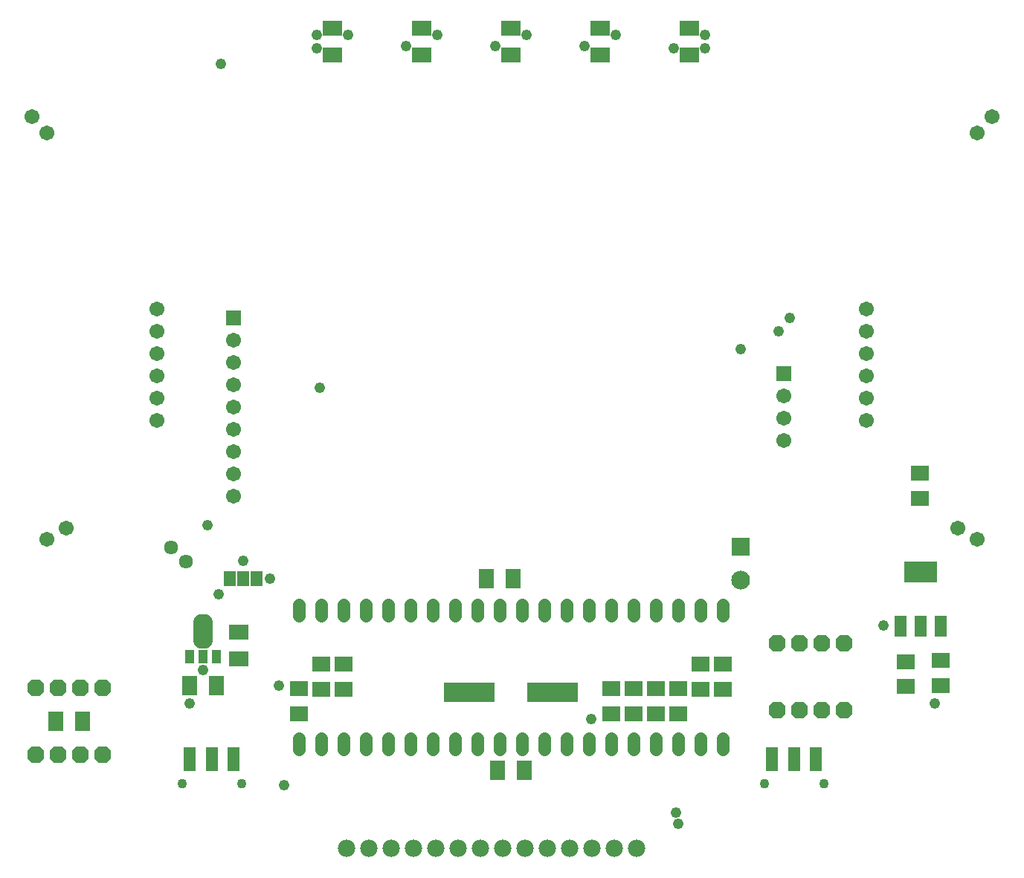
<source format=gbs>
G75*
%MOIN*%
%OFA0B0*%
%FSLAX25Y25*%
%IPPOS*%
%LPD*%
%AMOC8*
5,1,8,0,0,1.08239X$1,22.5*
%
%ADD10R,0.08674X0.06706*%
%ADD11R,0.06706X0.08674*%
%ADD12OC8,0.07600*%
%ADD13C,0.05800*%
%ADD14C,0.06737*%
%ADD15R,0.06737X0.06737*%
%ADD16R,0.07898X0.07099*%
%ADD17R,0.05400X0.07100*%
%ADD18R,0.08400X0.08400*%
%ADD19C,0.08400*%
%ADD20R,0.22847X0.09068*%
%ADD21R,0.05524X0.10643*%
%ADD22C,0.04343*%
%ADD23R,0.05600X0.09600*%
%ADD24R,0.14973X0.09461*%
%ADD25R,0.03950X0.06312*%
%ADD26C,0.06600*%
%ADD27R,0.03937X0.06299*%
%ADD28C,0.06343*%
%ADD29C,0.07800*%
%ADD30C,0.04762*%
D10*
X0210208Y0096894D03*
X0210208Y0108706D03*
X0252208Y0367894D03*
X0252208Y0379706D03*
X0292208Y0379706D03*
X0292208Y0367894D03*
X0332208Y0367894D03*
X0332208Y0379706D03*
X0372208Y0379706D03*
X0372208Y0367894D03*
X0412208Y0367894D03*
X0412208Y0379706D03*
D11*
X0333114Y0132800D03*
X0321303Y0132800D03*
X0200114Y0084800D03*
X0188303Y0084800D03*
X0140114Y0068800D03*
X0128303Y0068800D03*
X0326303Y0046800D03*
X0338114Y0046800D03*
D12*
X0119208Y0053800D03*
X0129208Y0053800D03*
X0139208Y0053800D03*
X0149208Y0053800D03*
X0149208Y0083800D03*
X0139208Y0083800D03*
X0129208Y0083800D03*
X0119208Y0083800D03*
X0451594Y0073954D03*
X0461594Y0073954D03*
X0471594Y0073954D03*
X0481594Y0073954D03*
X0481594Y0103954D03*
X0471594Y0103954D03*
X0461594Y0103954D03*
X0451594Y0103954D03*
D13*
X0427208Y0116300D02*
X0427208Y0121300D01*
X0417208Y0121300D02*
X0417208Y0116300D01*
X0407208Y0116300D02*
X0407208Y0121300D01*
X0397208Y0121300D02*
X0397208Y0116300D01*
X0387208Y0116300D02*
X0387208Y0121300D01*
X0377208Y0121300D02*
X0377208Y0116300D01*
X0367208Y0116300D02*
X0367208Y0121300D01*
X0357208Y0121300D02*
X0357208Y0116300D01*
X0347208Y0116300D02*
X0347208Y0121300D01*
X0337208Y0121300D02*
X0337208Y0116300D01*
X0327208Y0116300D02*
X0327208Y0121300D01*
X0317208Y0121300D02*
X0317208Y0116300D01*
X0307208Y0116300D02*
X0307208Y0121300D01*
X0297208Y0121300D02*
X0297208Y0116300D01*
X0287208Y0116300D02*
X0287208Y0121300D01*
X0277208Y0121300D02*
X0277208Y0116300D01*
X0267208Y0116300D02*
X0267208Y0121300D01*
X0257208Y0121300D02*
X0257208Y0116300D01*
X0247208Y0116300D02*
X0247208Y0121300D01*
X0237208Y0121300D02*
X0237208Y0116300D01*
X0237208Y0061300D02*
X0237208Y0056300D01*
X0247208Y0056300D02*
X0247208Y0061300D01*
X0257208Y0061300D02*
X0257208Y0056300D01*
X0267208Y0056300D02*
X0267208Y0061300D01*
X0277208Y0061300D02*
X0277208Y0056300D01*
X0287208Y0056300D02*
X0287208Y0061300D01*
X0297208Y0061300D02*
X0297208Y0056300D01*
X0307208Y0056300D02*
X0307208Y0061300D01*
X0317208Y0061300D02*
X0317208Y0056300D01*
X0327208Y0056300D02*
X0327208Y0061300D01*
X0337208Y0061300D02*
X0337208Y0056300D01*
X0347208Y0056300D02*
X0347208Y0061300D01*
X0357208Y0061300D02*
X0357208Y0056300D01*
X0367208Y0056300D02*
X0367208Y0061300D01*
X0377208Y0061300D02*
X0377208Y0056300D01*
X0387208Y0056300D02*
X0387208Y0061300D01*
X0397208Y0061300D02*
X0397208Y0056300D01*
X0407208Y0056300D02*
X0407208Y0061300D01*
X0417208Y0061300D02*
X0417208Y0056300D01*
X0427208Y0056300D02*
X0427208Y0061300D01*
D14*
X0541269Y0150368D03*
X0532617Y0155383D03*
X0491708Y0203800D03*
X0491708Y0213800D03*
X0491708Y0223800D03*
X0491708Y0233800D03*
X0491708Y0243800D03*
X0491708Y0253800D03*
X0454508Y0214800D03*
X0454508Y0204800D03*
X0454508Y0194800D03*
X0541153Y0332681D03*
X0547884Y0340078D03*
X0207808Y0239800D03*
X0207808Y0229800D03*
X0207808Y0219800D03*
X0207799Y0209800D03*
X0207808Y0199800D03*
X0207808Y0189800D03*
X0207808Y0179800D03*
X0207808Y0169800D03*
X0173708Y0203800D03*
X0173708Y0213800D03*
X0173708Y0223800D03*
X0173708Y0233800D03*
X0173708Y0243800D03*
X0173708Y0253800D03*
X0124263Y0332681D03*
X0117533Y0340078D03*
X0132799Y0155383D03*
X0124148Y0150368D03*
D15*
X0207808Y0249800D03*
X0454508Y0224800D03*
D16*
X0515638Y0180064D03*
X0515638Y0168867D03*
X0524767Y0096052D03*
X0509208Y0095595D03*
X0509208Y0084398D03*
X0524767Y0084855D03*
X0427208Y0083202D03*
X0417208Y0083202D03*
X0407208Y0083398D03*
X0397208Y0083398D03*
X0387208Y0083398D03*
X0377208Y0083398D03*
X0377208Y0072202D03*
X0387208Y0072202D03*
X0397208Y0072202D03*
X0407208Y0072202D03*
X0417208Y0094398D03*
X0427208Y0094398D03*
X0257208Y0094398D03*
X0247208Y0094398D03*
X0247208Y0083202D03*
X0257208Y0083202D03*
X0237208Y0083398D03*
X0237208Y0072202D03*
D17*
X0218208Y0132800D03*
X0212208Y0132800D03*
X0206208Y0132800D03*
D18*
X0435208Y0147300D03*
D19*
X0435208Y0132300D03*
D20*
X0350866Y0081981D03*
X0313464Y0081981D03*
D21*
X0208051Y0051721D03*
X0198208Y0051721D03*
X0188366Y0051721D03*
X0449366Y0051721D03*
X0459208Y0051721D03*
X0469051Y0051721D03*
D22*
X0472594Y0040894D03*
X0445822Y0040894D03*
X0211594Y0040894D03*
X0184822Y0040894D03*
D23*
X0506746Y0111364D03*
X0515846Y0111364D03*
X0524946Y0111364D03*
D24*
X0515846Y0135765D03*
D25*
X0200118Y0097725D03*
X0188315Y0097725D03*
D26*
X0193116Y0113510D02*
X0195316Y0113510D01*
X0195316Y0104940D01*
X0193116Y0104940D01*
X0193116Y0113510D01*
X0193116Y0111539D02*
X0195316Y0111539D01*
D27*
X0194216Y0097729D03*
D28*
X0186653Y0140501D03*
X0179763Y0146800D03*
D29*
X0258429Y0011792D03*
X0268429Y0011792D03*
X0278429Y0011792D03*
X0288429Y0011792D03*
X0298429Y0011792D03*
X0308429Y0011792D03*
X0318429Y0011792D03*
X0328429Y0011792D03*
X0338429Y0011792D03*
X0348429Y0011792D03*
X0358429Y0011792D03*
X0368429Y0011792D03*
X0378429Y0011792D03*
X0388429Y0011792D03*
D30*
X0407208Y0022800D03*
X0406208Y0027800D03*
X0368208Y0069800D03*
X0499208Y0111800D03*
X0522208Y0076800D03*
X0435208Y0235800D03*
X0452208Y0243800D03*
X0457208Y0249800D03*
X0419208Y0370800D03*
X0419208Y0376800D03*
X0405208Y0370800D03*
X0379208Y0376800D03*
X0365208Y0371800D03*
X0339208Y0376800D03*
X0325208Y0371800D03*
X0299208Y0376800D03*
X0285208Y0371800D03*
X0259208Y0376800D03*
X0245208Y0376800D03*
X0245208Y0370800D03*
X0202208Y0363800D03*
X0246508Y0218500D03*
X0196208Y0156800D03*
X0212208Y0140800D03*
X0224208Y0132800D03*
X0201208Y0125800D03*
X0194208Y0091800D03*
X0188208Y0076800D03*
X0228208Y0084800D03*
X0230708Y0040300D03*
M02*

</source>
